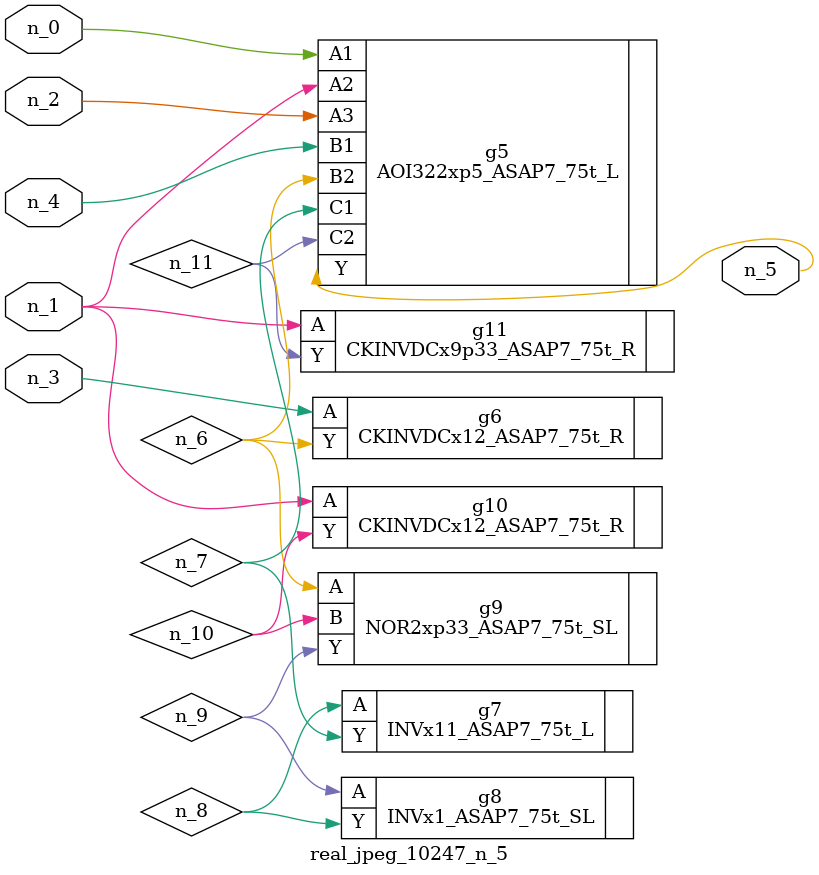
<source format=v>
module real_jpeg_10247_n_5 (n_4, n_0, n_1, n_2, n_3, n_5);

input n_4;
input n_0;
input n_1;
input n_2;
input n_3;

output n_5;

wire n_8;
wire n_11;
wire n_6;
wire n_7;
wire n_10;
wire n_9;

AOI322xp5_ASAP7_75t_L g5 ( 
.A1(n_0),
.A2(n_1),
.A3(n_2),
.B1(n_4),
.B2(n_6),
.C1(n_7),
.C2(n_11),
.Y(n_5)
);

CKINVDCx12_ASAP7_75t_R g10 ( 
.A(n_1),
.Y(n_10)
);

CKINVDCx9p33_ASAP7_75t_R g11 ( 
.A(n_1),
.Y(n_11)
);

CKINVDCx12_ASAP7_75t_R g6 ( 
.A(n_3),
.Y(n_6)
);

NOR2xp33_ASAP7_75t_SL g9 ( 
.A(n_6),
.B(n_10),
.Y(n_9)
);

INVx11_ASAP7_75t_L g7 ( 
.A(n_8),
.Y(n_7)
);

INVx1_ASAP7_75t_SL g8 ( 
.A(n_9),
.Y(n_8)
);


endmodule
</source>
